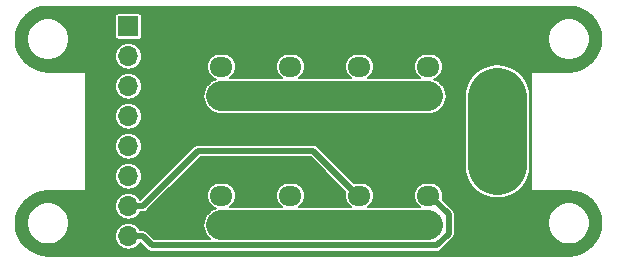
<source format=gbr>
G04 #@! TF.GenerationSoftware,KiCad,Pcbnew,(5.1.4)-1*
G04 #@! TF.CreationDate,2021-11-04T12:11:43-05:00*
G04 #@! TF.ProjectId,FadecandyHatV1.0,46616465-6361-46e6-9479-48617456312e,rev?*
G04 #@! TF.SameCoordinates,Original*
G04 #@! TF.FileFunction,Copper,L2,Bot*
G04 #@! TF.FilePolarity,Positive*
%FSLAX46Y46*%
G04 Gerber Fmt 4.6, Leading zero omitted, Abs format (unit mm)*
G04 Created by KiCad (PCBNEW (5.1.4)-1) date 2021-11-04 12:11:43*
%MOMM*%
%LPD*%
G04 APERTURE LIST*
%ADD10C,0.100000*%
%ADD11C,1.700000*%
%ADD12O,1.950000X1.700000*%
%ADD13R,3.800000X3.800000*%
%ADD14C,3.800000*%
%ADD15C,4.000000*%
%ADD16R,1.700000X1.700000*%
%ADD17O,1.700000X1.700000*%
%ADD18C,0.800000*%
%ADD19C,5.000000*%
%ADD20C,2.500000*%
%ADD21C,0.500000*%
%ADD22C,0.150000*%
G04 APERTURE END LIST*
D10*
G36*
X12433504Y-2620204D02*
G01*
X12457773Y-2623804D01*
X12481571Y-2629765D01*
X12504671Y-2638030D01*
X12526849Y-2648520D01*
X12547893Y-2661133D01*
X12567598Y-2675747D01*
X12585777Y-2692223D01*
X12602253Y-2710402D01*
X12616867Y-2730107D01*
X12629480Y-2751151D01*
X12639970Y-2773329D01*
X12648235Y-2796429D01*
X12654196Y-2820227D01*
X12657796Y-2844496D01*
X12659000Y-2869000D01*
X12659000Y-4069000D01*
X12657796Y-4093504D01*
X12654196Y-4117773D01*
X12648235Y-4141571D01*
X12639970Y-4164671D01*
X12629480Y-4186849D01*
X12616867Y-4207893D01*
X12602253Y-4227598D01*
X12585777Y-4245777D01*
X12567598Y-4262253D01*
X12547893Y-4276867D01*
X12526849Y-4289480D01*
X12504671Y-4299970D01*
X12481571Y-4308235D01*
X12457773Y-4314196D01*
X12433504Y-4317796D01*
X12409000Y-4319000D01*
X10959000Y-4319000D01*
X10934496Y-4317796D01*
X10910227Y-4314196D01*
X10886429Y-4308235D01*
X10863329Y-4299970D01*
X10841151Y-4289480D01*
X10820107Y-4276867D01*
X10800402Y-4262253D01*
X10782223Y-4245777D01*
X10765747Y-4227598D01*
X10751133Y-4207893D01*
X10738520Y-4186849D01*
X10728030Y-4164671D01*
X10719765Y-4141571D01*
X10713804Y-4117773D01*
X10710204Y-4093504D01*
X10709000Y-4069000D01*
X10709000Y-2869000D01*
X10710204Y-2844496D01*
X10713804Y-2820227D01*
X10719765Y-2796429D01*
X10728030Y-2773329D01*
X10738520Y-2751151D01*
X10751133Y-2730107D01*
X10765747Y-2710402D01*
X10782223Y-2692223D01*
X10800402Y-2675747D01*
X10820107Y-2661133D01*
X10841151Y-2648520D01*
X10863329Y-2638030D01*
X10886429Y-2629765D01*
X10910227Y-2623804D01*
X10934496Y-2620204D01*
X10959000Y-2619000D01*
X12409000Y-2619000D01*
X12433504Y-2620204D01*
X12433504Y-2620204D01*
G37*
D11*
X11684000Y-3469000D03*
D12*
X11684000Y-5969000D03*
X11684000Y-8469000D03*
D13*
X35052000Y-3556000D03*
D14*
X35052000Y-8556000D03*
D12*
X17526000Y-8469000D03*
X17526000Y-5969000D03*
D10*
G36*
X18275504Y-2620204D02*
G01*
X18299773Y-2623804D01*
X18323571Y-2629765D01*
X18346671Y-2638030D01*
X18368849Y-2648520D01*
X18389893Y-2661133D01*
X18409598Y-2675747D01*
X18427777Y-2692223D01*
X18444253Y-2710402D01*
X18458867Y-2730107D01*
X18471480Y-2751151D01*
X18481970Y-2773329D01*
X18490235Y-2796429D01*
X18496196Y-2820227D01*
X18499796Y-2844496D01*
X18501000Y-2869000D01*
X18501000Y-4069000D01*
X18499796Y-4093504D01*
X18496196Y-4117773D01*
X18490235Y-4141571D01*
X18481970Y-4164671D01*
X18471480Y-4186849D01*
X18458867Y-4207893D01*
X18444253Y-4227598D01*
X18427777Y-4245777D01*
X18409598Y-4262253D01*
X18389893Y-4276867D01*
X18368849Y-4289480D01*
X18346671Y-4299970D01*
X18323571Y-4308235D01*
X18299773Y-4314196D01*
X18275504Y-4317796D01*
X18251000Y-4319000D01*
X16801000Y-4319000D01*
X16776496Y-4317796D01*
X16752227Y-4314196D01*
X16728429Y-4308235D01*
X16705329Y-4299970D01*
X16683151Y-4289480D01*
X16662107Y-4276867D01*
X16642402Y-4262253D01*
X16624223Y-4245777D01*
X16607747Y-4227598D01*
X16593133Y-4207893D01*
X16580520Y-4186849D01*
X16570030Y-4164671D01*
X16561765Y-4141571D01*
X16555804Y-4117773D01*
X16552204Y-4093504D01*
X16551000Y-4069000D01*
X16551000Y-2869000D01*
X16552204Y-2844496D01*
X16555804Y-2820227D01*
X16561765Y-2796429D01*
X16570030Y-2773329D01*
X16580520Y-2751151D01*
X16593133Y-2730107D01*
X16607747Y-2710402D01*
X16624223Y-2692223D01*
X16642402Y-2675747D01*
X16662107Y-2661133D01*
X16683151Y-2648520D01*
X16705329Y-2638030D01*
X16728429Y-2629765D01*
X16752227Y-2623804D01*
X16776496Y-2620204D01*
X16801000Y-2619000D01*
X18251000Y-2619000D01*
X18275504Y-2620204D01*
X18275504Y-2620204D01*
G37*
D11*
X17526000Y-3469000D03*
D13*
X35052000Y-19304000D03*
D15*
X35052000Y-14304000D03*
D12*
X23368000Y-8469000D03*
X23368000Y-5969000D03*
D10*
G36*
X24117504Y-2620204D02*
G01*
X24141773Y-2623804D01*
X24165571Y-2629765D01*
X24188671Y-2638030D01*
X24210849Y-2648520D01*
X24231893Y-2661133D01*
X24251598Y-2675747D01*
X24269777Y-2692223D01*
X24286253Y-2710402D01*
X24300867Y-2730107D01*
X24313480Y-2751151D01*
X24323970Y-2773329D01*
X24332235Y-2796429D01*
X24338196Y-2820227D01*
X24341796Y-2844496D01*
X24343000Y-2869000D01*
X24343000Y-4069000D01*
X24341796Y-4093504D01*
X24338196Y-4117773D01*
X24332235Y-4141571D01*
X24323970Y-4164671D01*
X24313480Y-4186849D01*
X24300867Y-4207893D01*
X24286253Y-4227598D01*
X24269777Y-4245777D01*
X24251598Y-4262253D01*
X24231893Y-4276867D01*
X24210849Y-4289480D01*
X24188671Y-4299970D01*
X24165571Y-4308235D01*
X24141773Y-4314196D01*
X24117504Y-4317796D01*
X24093000Y-4319000D01*
X22643000Y-4319000D01*
X22618496Y-4317796D01*
X22594227Y-4314196D01*
X22570429Y-4308235D01*
X22547329Y-4299970D01*
X22525151Y-4289480D01*
X22504107Y-4276867D01*
X22484402Y-4262253D01*
X22466223Y-4245777D01*
X22449747Y-4227598D01*
X22435133Y-4207893D01*
X22422520Y-4186849D01*
X22412030Y-4164671D01*
X22403765Y-4141571D01*
X22397804Y-4117773D01*
X22394204Y-4093504D01*
X22393000Y-4069000D01*
X22393000Y-2869000D01*
X22394204Y-2844496D01*
X22397804Y-2820227D01*
X22403765Y-2796429D01*
X22412030Y-2773329D01*
X22422520Y-2751151D01*
X22435133Y-2730107D01*
X22449747Y-2710402D01*
X22466223Y-2692223D01*
X22484402Y-2675747D01*
X22504107Y-2661133D01*
X22525151Y-2648520D01*
X22547329Y-2638030D01*
X22570429Y-2629765D01*
X22594227Y-2623804D01*
X22618496Y-2620204D01*
X22643000Y-2619000D01*
X24093000Y-2619000D01*
X24117504Y-2620204D01*
X24117504Y-2620204D01*
G37*
D11*
X23368000Y-3469000D03*
D10*
G36*
X29959504Y-2620204D02*
G01*
X29983773Y-2623804D01*
X30007571Y-2629765D01*
X30030671Y-2638030D01*
X30052849Y-2648520D01*
X30073893Y-2661133D01*
X30093598Y-2675747D01*
X30111777Y-2692223D01*
X30128253Y-2710402D01*
X30142867Y-2730107D01*
X30155480Y-2751151D01*
X30165970Y-2773329D01*
X30174235Y-2796429D01*
X30180196Y-2820227D01*
X30183796Y-2844496D01*
X30185000Y-2869000D01*
X30185000Y-4069000D01*
X30183796Y-4093504D01*
X30180196Y-4117773D01*
X30174235Y-4141571D01*
X30165970Y-4164671D01*
X30155480Y-4186849D01*
X30142867Y-4207893D01*
X30128253Y-4227598D01*
X30111777Y-4245777D01*
X30093598Y-4262253D01*
X30073893Y-4276867D01*
X30052849Y-4289480D01*
X30030671Y-4299970D01*
X30007571Y-4308235D01*
X29983773Y-4314196D01*
X29959504Y-4317796D01*
X29935000Y-4319000D01*
X28485000Y-4319000D01*
X28460496Y-4317796D01*
X28436227Y-4314196D01*
X28412429Y-4308235D01*
X28389329Y-4299970D01*
X28367151Y-4289480D01*
X28346107Y-4276867D01*
X28326402Y-4262253D01*
X28308223Y-4245777D01*
X28291747Y-4227598D01*
X28277133Y-4207893D01*
X28264520Y-4186849D01*
X28254030Y-4164671D01*
X28245765Y-4141571D01*
X28239804Y-4117773D01*
X28236204Y-4093504D01*
X28235000Y-4069000D01*
X28235000Y-2869000D01*
X28236204Y-2844496D01*
X28239804Y-2820227D01*
X28245765Y-2796429D01*
X28254030Y-2773329D01*
X28264520Y-2751151D01*
X28277133Y-2730107D01*
X28291747Y-2710402D01*
X28308223Y-2692223D01*
X28326402Y-2675747D01*
X28346107Y-2661133D01*
X28367151Y-2648520D01*
X28389329Y-2638030D01*
X28412429Y-2629765D01*
X28436227Y-2623804D01*
X28460496Y-2620204D01*
X28485000Y-2619000D01*
X29935000Y-2619000D01*
X29959504Y-2620204D01*
X29959504Y-2620204D01*
G37*
D11*
X29210000Y-3469000D03*
D12*
X29210000Y-5969000D03*
X29210000Y-8469000D03*
D10*
G36*
X12433504Y-13542204D02*
G01*
X12457773Y-13545804D01*
X12481571Y-13551765D01*
X12504671Y-13560030D01*
X12526849Y-13570520D01*
X12547893Y-13583133D01*
X12567598Y-13597747D01*
X12585777Y-13614223D01*
X12602253Y-13632402D01*
X12616867Y-13652107D01*
X12629480Y-13673151D01*
X12639970Y-13695329D01*
X12648235Y-13718429D01*
X12654196Y-13742227D01*
X12657796Y-13766496D01*
X12659000Y-13791000D01*
X12659000Y-14991000D01*
X12657796Y-15015504D01*
X12654196Y-15039773D01*
X12648235Y-15063571D01*
X12639970Y-15086671D01*
X12629480Y-15108849D01*
X12616867Y-15129893D01*
X12602253Y-15149598D01*
X12585777Y-15167777D01*
X12567598Y-15184253D01*
X12547893Y-15198867D01*
X12526849Y-15211480D01*
X12504671Y-15221970D01*
X12481571Y-15230235D01*
X12457773Y-15236196D01*
X12433504Y-15239796D01*
X12409000Y-15241000D01*
X10959000Y-15241000D01*
X10934496Y-15239796D01*
X10910227Y-15236196D01*
X10886429Y-15230235D01*
X10863329Y-15221970D01*
X10841151Y-15211480D01*
X10820107Y-15198867D01*
X10800402Y-15184253D01*
X10782223Y-15167777D01*
X10765747Y-15149598D01*
X10751133Y-15129893D01*
X10738520Y-15108849D01*
X10728030Y-15086671D01*
X10719765Y-15063571D01*
X10713804Y-15039773D01*
X10710204Y-15015504D01*
X10709000Y-14991000D01*
X10709000Y-13791000D01*
X10710204Y-13766496D01*
X10713804Y-13742227D01*
X10719765Y-13718429D01*
X10728030Y-13695329D01*
X10738520Y-13673151D01*
X10751133Y-13652107D01*
X10765747Y-13632402D01*
X10782223Y-13614223D01*
X10800402Y-13597747D01*
X10820107Y-13583133D01*
X10841151Y-13570520D01*
X10863329Y-13560030D01*
X10886429Y-13551765D01*
X10910227Y-13545804D01*
X10934496Y-13542204D01*
X10959000Y-13541000D01*
X12409000Y-13541000D01*
X12433504Y-13542204D01*
X12433504Y-13542204D01*
G37*
D11*
X11684000Y-14391000D03*
D12*
X11684000Y-16891000D03*
X11684000Y-19391000D03*
X17526000Y-19391000D03*
X17526000Y-16891000D03*
D10*
G36*
X18275504Y-13542204D02*
G01*
X18299773Y-13545804D01*
X18323571Y-13551765D01*
X18346671Y-13560030D01*
X18368849Y-13570520D01*
X18389893Y-13583133D01*
X18409598Y-13597747D01*
X18427777Y-13614223D01*
X18444253Y-13632402D01*
X18458867Y-13652107D01*
X18471480Y-13673151D01*
X18481970Y-13695329D01*
X18490235Y-13718429D01*
X18496196Y-13742227D01*
X18499796Y-13766496D01*
X18501000Y-13791000D01*
X18501000Y-14991000D01*
X18499796Y-15015504D01*
X18496196Y-15039773D01*
X18490235Y-15063571D01*
X18481970Y-15086671D01*
X18471480Y-15108849D01*
X18458867Y-15129893D01*
X18444253Y-15149598D01*
X18427777Y-15167777D01*
X18409598Y-15184253D01*
X18389893Y-15198867D01*
X18368849Y-15211480D01*
X18346671Y-15221970D01*
X18323571Y-15230235D01*
X18299773Y-15236196D01*
X18275504Y-15239796D01*
X18251000Y-15241000D01*
X16801000Y-15241000D01*
X16776496Y-15239796D01*
X16752227Y-15236196D01*
X16728429Y-15230235D01*
X16705329Y-15221970D01*
X16683151Y-15211480D01*
X16662107Y-15198867D01*
X16642402Y-15184253D01*
X16624223Y-15167777D01*
X16607747Y-15149598D01*
X16593133Y-15129893D01*
X16580520Y-15108849D01*
X16570030Y-15086671D01*
X16561765Y-15063571D01*
X16555804Y-15039773D01*
X16552204Y-15015504D01*
X16551000Y-14991000D01*
X16551000Y-13791000D01*
X16552204Y-13766496D01*
X16555804Y-13742227D01*
X16561765Y-13718429D01*
X16570030Y-13695329D01*
X16580520Y-13673151D01*
X16593133Y-13652107D01*
X16607747Y-13632402D01*
X16624223Y-13614223D01*
X16642402Y-13597747D01*
X16662107Y-13583133D01*
X16683151Y-13570520D01*
X16705329Y-13560030D01*
X16728429Y-13551765D01*
X16752227Y-13545804D01*
X16776496Y-13542204D01*
X16801000Y-13541000D01*
X18251000Y-13541000D01*
X18275504Y-13542204D01*
X18275504Y-13542204D01*
G37*
D11*
X17526000Y-14391000D03*
D10*
G36*
X24117504Y-13542204D02*
G01*
X24141773Y-13545804D01*
X24165571Y-13551765D01*
X24188671Y-13560030D01*
X24210849Y-13570520D01*
X24231893Y-13583133D01*
X24251598Y-13597747D01*
X24269777Y-13614223D01*
X24286253Y-13632402D01*
X24300867Y-13652107D01*
X24313480Y-13673151D01*
X24323970Y-13695329D01*
X24332235Y-13718429D01*
X24338196Y-13742227D01*
X24341796Y-13766496D01*
X24343000Y-13791000D01*
X24343000Y-14991000D01*
X24341796Y-15015504D01*
X24338196Y-15039773D01*
X24332235Y-15063571D01*
X24323970Y-15086671D01*
X24313480Y-15108849D01*
X24300867Y-15129893D01*
X24286253Y-15149598D01*
X24269777Y-15167777D01*
X24251598Y-15184253D01*
X24231893Y-15198867D01*
X24210849Y-15211480D01*
X24188671Y-15221970D01*
X24165571Y-15230235D01*
X24141773Y-15236196D01*
X24117504Y-15239796D01*
X24093000Y-15241000D01*
X22643000Y-15241000D01*
X22618496Y-15239796D01*
X22594227Y-15236196D01*
X22570429Y-15230235D01*
X22547329Y-15221970D01*
X22525151Y-15211480D01*
X22504107Y-15198867D01*
X22484402Y-15184253D01*
X22466223Y-15167777D01*
X22449747Y-15149598D01*
X22435133Y-15129893D01*
X22422520Y-15108849D01*
X22412030Y-15086671D01*
X22403765Y-15063571D01*
X22397804Y-15039773D01*
X22394204Y-15015504D01*
X22393000Y-14991000D01*
X22393000Y-13791000D01*
X22394204Y-13766496D01*
X22397804Y-13742227D01*
X22403765Y-13718429D01*
X22412030Y-13695329D01*
X22422520Y-13673151D01*
X22435133Y-13652107D01*
X22449747Y-13632402D01*
X22466223Y-13614223D01*
X22484402Y-13597747D01*
X22504107Y-13583133D01*
X22525151Y-13570520D01*
X22547329Y-13560030D01*
X22570429Y-13551765D01*
X22594227Y-13545804D01*
X22618496Y-13542204D01*
X22643000Y-13541000D01*
X24093000Y-13541000D01*
X24117504Y-13542204D01*
X24117504Y-13542204D01*
G37*
D11*
X23368000Y-14391000D03*
D12*
X23368000Y-16891000D03*
X23368000Y-19391000D03*
X29210000Y-19391000D03*
X29210000Y-16891000D03*
D10*
G36*
X29959504Y-13542204D02*
G01*
X29983773Y-13545804D01*
X30007571Y-13551765D01*
X30030671Y-13560030D01*
X30052849Y-13570520D01*
X30073893Y-13583133D01*
X30093598Y-13597747D01*
X30111777Y-13614223D01*
X30128253Y-13632402D01*
X30142867Y-13652107D01*
X30155480Y-13673151D01*
X30165970Y-13695329D01*
X30174235Y-13718429D01*
X30180196Y-13742227D01*
X30183796Y-13766496D01*
X30185000Y-13791000D01*
X30185000Y-14991000D01*
X30183796Y-15015504D01*
X30180196Y-15039773D01*
X30174235Y-15063571D01*
X30165970Y-15086671D01*
X30155480Y-15108849D01*
X30142867Y-15129893D01*
X30128253Y-15149598D01*
X30111777Y-15167777D01*
X30093598Y-15184253D01*
X30073893Y-15198867D01*
X30052849Y-15211480D01*
X30030671Y-15221970D01*
X30007571Y-15230235D01*
X29983773Y-15236196D01*
X29959504Y-15239796D01*
X29935000Y-15241000D01*
X28485000Y-15241000D01*
X28460496Y-15239796D01*
X28436227Y-15236196D01*
X28412429Y-15230235D01*
X28389329Y-15221970D01*
X28367151Y-15211480D01*
X28346107Y-15198867D01*
X28326402Y-15184253D01*
X28308223Y-15167777D01*
X28291747Y-15149598D01*
X28277133Y-15129893D01*
X28264520Y-15108849D01*
X28254030Y-15086671D01*
X28245765Y-15063571D01*
X28239804Y-15039773D01*
X28236204Y-15015504D01*
X28235000Y-14991000D01*
X28235000Y-13791000D01*
X28236204Y-13766496D01*
X28239804Y-13742227D01*
X28245765Y-13718429D01*
X28254030Y-13695329D01*
X28264520Y-13673151D01*
X28277133Y-13652107D01*
X28291747Y-13632402D01*
X28308223Y-13614223D01*
X28326402Y-13597747D01*
X28346107Y-13583133D01*
X28367151Y-13570520D01*
X28389329Y-13560030D01*
X28412429Y-13551765D01*
X28436227Y-13545804D01*
X28460496Y-13542204D01*
X28485000Y-13541000D01*
X29935000Y-13541000D01*
X29959504Y-13542204D01*
X29959504Y-13542204D01*
G37*
D11*
X29210000Y-14391000D03*
D16*
X3810000Y-2540000D03*
D17*
X1270000Y-2540000D03*
X3810000Y-5080000D03*
X1270000Y-5080000D03*
X3810000Y-7620000D03*
X1270000Y-7620000D03*
X3810000Y-10160000D03*
X1270000Y-10160000D03*
X3810000Y-12700000D03*
X1270000Y-12700000D03*
X3810000Y-15240000D03*
X1270000Y-15240000D03*
X3810000Y-17780000D03*
X1270000Y-17780000D03*
X3810000Y-20320000D03*
X1270000Y-20320000D03*
D18*
X31220000Y-11500000D03*
X29320000Y-11500000D03*
X31630000Y-21340000D03*
D19*
X35052000Y-14304000D02*
X35052000Y-8556000D01*
D20*
X11684000Y-19391000D02*
X17526000Y-19391000D01*
X17526000Y-19391000D02*
X23368000Y-19391000D01*
X23368000Y-19391000D02*
X29210000Y-19391000D01*
X11684000Y-8469000D02*
X17526000Y-8469000D01*
X17526000Y-8469000D02*
X23368000Y-8469000D01*
X23368000Y-8469000D02*
X29210000Y-8469000D01*
D21*
X23243000Y-16891000D02*
X23368000Y-16891000D01*
X19442990Y-13090990D02*
X23243000Y-16891000D01*
X9701091Y-13090990D02*
X19442990Y-13090990D01*
X5012081Y-17780000D02*
X9701091Y-13090990D01*
X3810000Y-17780000D02*
X5012081Y-17780000D01*
X29085000Y-16891000D02*
X29210000Y-16891000D01*
X29335000Y-16891000D02*
X29210000Y-16891000D01*
X3810000Y-20320000D02*
X5012081Y-20320000D01*
X5012081Y-20320000D02*
X5783092Y-21091011D01*
X5783092Y-21091011D02*
X29914167Y-21091010D01*
X29914167Y-21091010D02*
X30910010Y-20095167D01*
X30910010Y-20095167D02*
X30910010Y-18466010D01*
X30910010Y-18466010D02*
X29335000Y-16891000D01*
D22*
G36*
X41633912Y-938550D02*
G01*
X42147487Y-1093607D01*
X42621164Y-1345465D01*
X43036900Y-1684531D01*
X43378860Y-2097889D01*
X43634017Y-2569794D01*
X43792658Y-3082278D01*
X43848734Y-3615813D01*
X43800113Y-4150075D01*
X43648644Y-4664720D01*
X43400099Y-5140141D01*
X43063945Y-5558234D01*
X42652981Y-5903073D01*
X42182866Y-6161521D01*
X41671505Y-6323734D01*
X41127042Y-6384805D01*
X41099118Y-6385000D01*
X38112275Y-6385000D01*
X38100000Y-6383791D01*
X38087725Y-6385000D01*
X38050992Y-6388618D01*
X38003866Y-6402913D01*
X37960436Y-6426127D01*
X37922368Y-6457368D01*
X37891127Y-6495436D01*
X37867913Y-6538866D01*
X37853618Y-6585992D01*
X37848791Y-6635000D01*
X37850000Y-6647275D01*
X37850001Y-16212715D01*
X37848791Y-16225000D01*
X37853618Y-16274008D01*
X37867913Y-16321134D01*
X37891127Y-16364564D01*
X37922368Y-16402632D01*
X37960436Y-16433873D01*
X38003866Y-16457087D01*
X38050992Y-16471382D01*
X38087725Y-16475000D01*
X38100000Y-16476209D01*
X38112275Y-16475000D01*
X41087771Y-16475000D01*
X41633912Y-16528550D01*
X42147487Y-16683607D01*
X42621164Y-16935465D01*
X43036900Y-17274531D01*
X43378860Y-17687889D01*
X43634017Y-18159794D01*
X43792658Y-18672278D01*
X43848734Y-19205813D01*
X43800113Y-19740075D01*
X43648644Y-20254720D01*
X43400099Y-20730141D01*
X43063945Y-21148234D01*
X42652981Y-21493073D01*
X42182866Y-21751521D01*
X41671505Y-21913734D01*
X41127042Y-21974805D01*
X41099118Y-21975000D01*
X-2987771Y-21975000D01*
X-3533912Y-21921450D01*
X-4047487Y-21766393D01*
X-4521163Y-21514535D01*
X-4936900Y-21175469D01*
X-5278860Y-20762111D01*
X-5534017Y-20290206D01*
X-5692659Y-19777719D01*
X-5748735Y-19244192D01*
X-5731079Y-19050178D01*
X-4775000Y-19050178D01*
X-4775000Y-19399822D01*
X-4706787Y-19742748D01*
X-4572984Y-20065778D01*
X-4378732Y-20356496D01*
X-4131496Y-20603732D01*
X-3840778Y-20797984D01*
X-3517748Y-20931787D01*
X-3174822Y-21000000D01*
X-2825178Y-21000000D01*
X-2482252Y-20931787D01*
X-2159222Y-20797984D01*
X-1868504Y-20603732D01*
X-1621268Y-20356496D01*
X-1427016Y-20065778D01*
X-1293213Y-19742748D01*
X-1225000Y-19399822D01*
X-1225000Y-19050178D01*
X-1293213Y-18707252D01*
X-1427016Y-18384222D01*
X-1621268Y-18093504D01*
X-1868504Y-17846268D01*
X-1967680Y-17780000D01*
X2679557Y-17780000D01*
X2701278Y-18000538D01*
X2765607Y-18212602D01*
X2870071Y-18408040D01*
X3010656Y-18579344D01*
X3181960Y-18719929D01*
X3377398Y-18824393D01*
X3589462Y-18888722D01*
X3754736Y-18905000D01*
X3865264Y-18905000D01*
X4030538Y-18888722D01*
X4242602Y-18824393D01*
X4438040Y-18719929D01*
X4609344Y-18579344D01*
X4749929Y-18408040D01*
X4805005Y-18305000D01*
X4986301Y-18305000D01*
X5012081Y-18307539D01*
X5037861Y-18305000D01*
X5037869Y-18305000D01*
X5114999Y-18297403D01*
X5213962Y-18267383D01*
X5305167Y-18218633D01*
X5385108Y-18153027D01*
X5401552Y-18132990D01*
X9918553Y-13615990D01*
X19225529Y-13615990D01*
X22168194Y-16558656D01*
X22134278Y-16670462D01*
X22112557Y-16891000D01*
X22134278Y-17111538D01*
X22198607Y-17323602D01*
X22303071Y-17519040D01*
X22443656Y-17690344D01*
X22614960Y-17830929D01*
X22680573Y-17866000D01*
X18213427Y-17866000D01*
X18279040Y-17830929D01*
X18450344Y-17690344D01*
X18590929Y-17519040D01*
X18695393Y-17323602D01*
X18759722Y-17111538D01*
X18781443Y-16891000D01*
X18759722Y-16670462D01*
X18695393Y-16458398D01*
X18590929Y-16262960D01*
X18450344Y-16091656D01*
X18279040Y-15951071D01*
X18083602Y-15846607D01*
X17871538Y-15782278D01*
X17706264Y-15766000D01*
X17345736Y-15766000D01*
X17180462Y-15782278D01*
X16968398Y-15846607D01*
X16772960Y-15951071D01*
X16601656Y-16091656D01*
X16461071Y-16262960D01*
X16356607Y-16458398D01*
X16292278Y-16670462D01*
X16270557Y-16891000D01*
X16292278Y-17111538D01*
X16356607Y-17323602D01*
X16461071Y-17519040D01*
X16601656Y-17690344D01*
X16772960Y-17830929D01*
X16838573Y-17866000D01*
X12371427Y-17866000D01*
X12437040Y-17830929D01*
X12608344Y-17690344D01*
X12748929Y-17519040D01*
X12853393Y-17323602D01*
X12917722Y-17111538D01*
X12939443Y-16891000D01*
X12917722Y-16670462D01*
X12853393Y-16458398D01*
X12748929Y-16262960D01*
X12608344Y-16091656D01*
X12437040Y-15951071D01*
X12241602Y-15846607D01*
X12029538Y-15782278D01*
X11864264Y-15766000D01*
X11503736Y-15766000D01*
X11338462Y-15782278D01*
X11126398Y-15846607D01*
X10930960Y-15951071D01*
X10759656Y-16091656D01*
X10619071Y-16262960D01*
X10514607Y-16458398D01*
X10450278Y-16670462D01*
X10428557Y-16891000D01*
X10450278Y-17111538D01*
X10514607Y-17323602D01*
X10619071Y-17519040D01*
X10759656Y-17690344D01*
X10930960Y-17830929D01*
X11126398Y-17935393D01*
X11177715Y-17950960D01*
X11097584Y-17975267D01*
X10832656Y-18116874D01*
X10600445Y-18307445D01*
X10409874Y-18539656D01*
X10268267Y-18804584D01*
X10181066Y-19092048D01*
X10151622Y-19391000D01*
X10181066Y-19689952D01*
X10268267Y-19977416D01*
X10409874Y-20242344D01*
X10600445Y-20474555D01*
X10711885Y-20566012D01*
X6000555Y-20566012D01*
X5401552Y-19967010D01*
X5385108Y-19946973D01*
X5305167Y-19881367D01*
X5213962Y-19832617D01*
X5114999Y-19802597D01*
X5037869Y-19795000D01*
X5037861Y-19795000D01*
X5012081Y-19792461D01*
X4986301Y-19795000D01*
X4805005Y-19795000D01*
X4749929Y-19691960D01*
X4609344Y-19520656D01*
X4438040Y-19380071D01*
X4242602Y-19275607D01*
X4030538Y-19211278D01*
X3865264Y-19195000D01*
X3754736Y-19195000D01*
X3589462Y-19211278D01*
X3377398Y-19275607D01*
X3181960Y-19380071D01*
X3010656Y-19520656D01*
X2870071Y-19691960D01*
X2765607Y-19887398D01*
X2701278Y-20099462D01*
X2679557Y-20320000D01*
X2701278Y-20540538D01*
X2765607Y-20752602D01*
X2870071Y-20948040D01*
X3010656Y-21119344D01*
X3181960Y-21259929D01*
X3377398Y-21364393D01*
X3589462Y-21428722D01*
X3754736Y-21445000D01*
X3865264Y-21445000D01*
X4030538Y-21428722D01*
X4242602Y-21364393D01*
X4438040Y-21259929D01*
X4609344Y-21119344D01*
X4749929Y-20948040D01*
X4801388Y-20851768D01*
X5393631Y-21444012D01*
X5410066Y-21464038D01*
X5430092Y-21480473D01*
X5430095Y-21480476D01*
X5490006Y-21529644D01*
X5581211Y-21578394D01*
X5680174Y-21608414D01*
X5691222Y-21609502D01*
X5757305Y-21616011D01*
X5757311Y-21616011D01*
X5783091Y-21618550D01*
X5808871Y-21616011D01*
X29888377Y-21616009D01*
X29914167Y-21618549D01*
X30017084Y-21608413D01*
X30116047Y-21578393D01*
X30207252Y-21529643D01*
X30262339Y-21484434D01*
X30287194Y-21464036D01*
X30303633Y-21444005D01*
X31263006Y-20484633D01*
X31283037Y-20468194D01*
X31348643Y-20388253D01*
X31397393Y-20297048D01*
X31427413Y-20198085D01*
X31435010Y-20120955D01*
X31435010Y-20120954D01*
X31437550Y-20095167D01*
X31435010Y-20069379D01*
X31435010Y-19050178D01*
X39325000Y-19050178D01*
X39325000Y-19399822D01*
X39393213Y-19742748D01*
X39527016Y-20065778D01*
X39721268Y-20356496D01*
X39968504Y-20603732D01*
X40259222Y-20797984D01*
X40582252Y-20931787D01*
X40925178Y-21000000D01*
X41274822Y-21000000D01*
X41617748Y-20931787D01*
X41940778Y-20797984D01*
X42231496Y-20603732D01*
X42478732Y-20356496D01*
X42672984Y-20065778D01*
X42806787Y-19742748D01*
X42875000Y-19399822D01*
X42875000Y-19050178D01*
X42806787Y-18707252D01*
X42672984Y-18384222D01*
X42478732Y-18093504D01*
X42231496Y-17846268D01*
X41940778Y-17652016D01*
X41617748Y-17518213D01*
X41274822Y-17450000D01*
X40925178Y-17450000D01*
X40582252Y-17518213D01*
X40259222Y-17652016D01*
X39968504Y-17846268D01*
X39721268Y-18093504D01*
X39527016Y-18384222D01*
X39393213Y-18707252D01*
X39325000Y-19050178D01*
X31435010Y-19050178D01*
X31435010Y-18491798D01*
X31437550Y-18466010D01*
X31433809Y-18428029D01*
X31427413Y-18363092D01*
X31397393Y-18264129D01*
X31348643Y-18172924D01*
X31283037Y-18092983D01*
X31263006Y-18076544D01*
X30409806Y-17223344D01*
X30443722Y-17111538D01*
X30465443Y-16891000D01*
X30443722Y-16670462D01*
X30379393Y-16458398D01*
X30274929Y-16262960D01*
X30134344Y-16091656D01*
X29963040Y-15951071D01*
X29767602Y-15846607D01*
X29555538Y-15782278D01*
X29390264Y-15766000D01*
X29029736Y-15766000D01*
X28864462Y-15782278D01*
X28652398Y-15846607D01*
X28456960Y-15951071D01*
X28285656Y-16091656D01*
X28145071Y-16262960D01*
X28040607Y-16458398D01*
X27976278Y-16670462D01*
X27954557Y-16891000D01*
X27976278Y-17111538D01*
X28040607Y-17323602D01*
X28145071Y-17519040D01*
X28285656Y-17690344D01*
X28456960Y-17830929D01*
X28522573Y-17866000D01*
X24055427Y-17866000D01*
X24121040Y-17830929D01*
X24292344Y-17690344D01*
X24432929Y-17519040D01*
X24537393Y-17323602D01*
X24601722Y-17111538D01*
X24623443Y-16891000D01*
X24601722Y-16670462D01*
X24537393Y-16458398D01*
X24432929Y-16262960D01*
X24292344Y-16091656D01*
X24121040Y-15951071D01*
X23925602Y-15846607D01*
X23713538Y-15782278D01*
X23548264Y-15766000D01*
X23187736Y-15766000D01*
X23022462Y-15782278D01*
X22910656Y-15816194D01*
X21534787Y-14440325D01*
X32277000Y-14440325D01*
X32317152Y-14847994D01*
X32475829Y-15371084D01*
X32733508Y-15853166D01*
X33080284Y-16275715D01*
X33502833Y-16622492D01*
X33984915Y-16880171D01*
X34508005Y-17038848D01*
X35052000Y-17092427D01*
X35595994Y-17038848D01*
X36119084Y-16880171D01*
X36601166Y-16622492D01*
X37023715Y-16275716D01*
X37370492Y-15853167D01*
X37628171Y-15371085D01*
X37786848Y-14847995D01*
X37827000Y-14440326D01*
X37827000Y-8419674D01*
X37786848Y-8012005D01*
X37628171Y-7488915D01*
X37370492Y-7006833D01*
X37023716Y-6584284D01*
X36601167Y-6237508D01*
X36119085Y-5979829D01*
X35595995Y-5821152D01*
X35052000Y-5767573D01*
X34508006Y-5821152D01*
X33984916Y-5979829D01*
X33502834Y-6237508D01*
X33080285Y-6584284D01*
X32733509Y-7006833D01*
X32475830Y-7488915D01*
X32317153Y-8012005D01*
X32277001Y-8419674D01*
X32277000Y-14440325D01*
X21534787Y-14440325D01*
X19832461Y-12738000D01*
X19816017Y-12717963D01*
X19736076Y-12652357D01*
X19644871Y-12603607D01*
X19545908Y-12573587D01*
X19468778Y-12565990D01*
X19468770Y-12565990D01*
X19442990Y-12563451D01*
X19417210Y-12565990D01*
X9726879Y-12565990D01*
X9701091Y-12563450D01*
X9675303Y-12565990D01*
X9598173Y-12573587D01*
X9499210Y-12603607D01*
X9408005Y-12652357D01*
X9328064Y-12717963D01*
X9311625Y-12737994D01*
X4801388Y-17248232D01*
X4749929Y-17151960D01*
X4609344Y-16980656D01*
X4438040Y-16840071D01*
X4242602Y-16735607D01*
X4030538Y-16671278D01*
X3865264Y-16655000D01*
X3754736Y-16655000D01*
X3589462Y-16671278D01*
X3377398Y-16735607D01*
X3181960Y-16840071D01*
X3010656Y-16980656D01*
X2870071Y-17151960D01*
X2765607Y-17347398D01*
X2701278Y-17559462D01*
X2679557Y-17780000D01*
X-1967680Y-17780000D01*
X-2159222Y-17652016D01*
X-2482252Y-17518213D01*
X-2825178Y-17450000D01*
X-3174822Y-17450000D01*
X-3517748Y-17518213D01*
X-3840778Y-17652016D01*
X-4131496Y-17846268D01*
X-4378732Y-18093504D01*
X-4572984Y-18384222D01*
X-4706787Y-18707252D01*
X-4775000Y-19050178D01*
X-5731079Y-19050178D01*
X-5700113Y-18709928D01*
X-5548644Y-18195279D01*
X-5300098Y-17719855D01*
X-4963945Y-17301766D01*
X-4552984Y-16956929D01*
X-4082870Y-16698481D01*
X-3571505Y-16536266D01*
X-3027042Y-16475195D01*
X-2999118Y-16475000D01*
X-12275Y-16475000D01*
X0Y-16476209D01*
X12275Y-16475000D01*
X49008Y-16471382D01*
X96134Y-16457087D01*
X139564Y-16433873D01*
X177632Y-16402632D01*
X208873Y-16364564D01*
X232087Y-16321134D01*
X246382Y-16274008D01*
X251209Y-16225000D01*
X250000Y-16212725D01*
X250000Y-15240000D01*
X2679557Y-15240000D01*
X2701278Y-15460538D01*
X2765607Y-15672602D01*
X2870071Y-15868040D01*
X3010656Y-16039344D01*
X3181960Y-16179929D01*
X3377398Y-16284393D01*
X3589462Y-16348722D01*
X3754736Y-16365000D01*
X3865264Y-16365000D01*
X4030538Y-16348722D01*
X4242602Y-16284393D01*
X4438040Y-16179929D01*
X4609344Y-16039344D01*
X4749929Y-15868040D01*
X4854393Y-15672602D01*
X4918722Y-15460538D01*
X4940443Y-15240000D01*
X4918722Y-15019462D01*
X4854393Y-14807398D01*
X4749929Y-14611960D01*
X4609344Y-14440656D01*
X4438040Y-14300071D01*
X4242602Y-14195607D01*
X4030538Y-14131278D01*
X3865264Y-14115000D01*
X3754736Y-14115000D01*
X3589462Y-14131278D01*
X3377398Y-14195607D01*
X3181960Y-14300071D01*
X3010656Y-14440656D01*
X2870071Y-14611960D01*
X2765607Y-14807398D01*
X2701278Y-15019462D01*
X2679557Y-15240000D01*
X250000Y-15240000D01*
X250000Y-12700000D01*
X2679557Y-12700000D01*
X2701278Y-12920538D01*
X2765607Y-13132602D01*
X2870071Y-13328040D01*
X3010656Y-13499344D01*
X3181960Y-13639929D01*
X3377398Y-13744393D01*
X3589462Y-13808722D01*
X3754736Y-13825000D01*
X3865264Y-13825000D01*
X4030538Y-13808722D01*
X4242602Y-13744393D01*
X4438040Y-13639929D01*
X4609344Y-13499344D01*
X4749929Y-13328040D01*
X4854393Y-13132602D01*
X4918722Y-12920538D01*
X4940443Y-12700000D01*
X4918722Y-12479462D01*
X4854393Y-12267398D01*
X4749929Y-12071960D01*
X4609344Y-11900656D01*
X4438040Y-11760071D01*
X4242602Y-11655607D01*
X4030538Y-11591278D01*
X3865264Y-11575000D01*
X3754736Y-11575000D01*
X3589462Y-11591278D01*
X3377398Y-11655607D01*
X3181960Y-11760071D01*
X3010656Y-11900656D01*
X2870071Y-12071960D01*
X2765607Y-12267398D01*
X2701278Y-12479462D01*
X2679557Y-12700000D01*
X250000Y-12700000D01*
X250000Y-10160000D01*
X2679557Y-10160000D01*
X2701278Y-10380538D01*
X2765607Y-10592602D01*
X2870071Y-10788040D01*
X3010656Y-10959344D01*
X3181960Y-11099929D01*
X3377398Y-11204393D01*
X3589462Y-11268722D01*
X3754736Y-11285000D01*
X3865264Y-11285000D01*
X4030538Y-11268722D01*
X4242602Y-11204393D01*
X4438040Y-11099929D01*
X4609344Y-10959344D01*
X4749929Y-10788040D01*
X4854393Y-10592602D01*
X4918722Y-10380538D01*
X4940443Y-10160000D01*
X4918722Y-9939462D01*
X4854393Y-9727398D01*
X4749929Y-9531960D01*
X4609344Y-9360656D01*
X4438040Y-9220071D01*
X4242602Y-9115607D01*
X4030538Y-9051278D01*
X3865264Y-9035000D01*
X3754736Y-9035000D01*
X3589462Y-9051278D01*
X3377398Y-9115607D01*
X3181960Y-9220071D01*
X3010656Y-9360656D01*
X2870071Y-9531960D01*
X2765607Y-9727398D01*
X2701278Y-9939462D01*
X2679557Y-10160000D01*
X250000Y-10160000D01*
X250000Y-7620000D01*
X2679557Y-7620000D01*
X2701278Y-7840538D01*
X2765607Y-8052602D01*
X2870071Y-8248040D01*
X3010656Y-8419344D01*
X3181960Y-8559929D01*
X3377398Y-8664393D01*
X3589462Y-8728722D01*
X3754736Y-8745000D01*
X3865264Y-8745000D01*
X4030538Y-8728722D01*
X4242602Y-8664393D01*
X4438040Y-8559929D01*
X4548837Y-8469000D01*
X10151622Y-8469000D01*
X10181066Y-8767952D01*
X10268267Y-9055416D01*
X10409874Y-9320344D01*
X10600445Y-9552555D01*
X10832656Y-9743126D01*
X11097584Y-9884733D01*
X11385048Y-9971934D01*
X11609089Y-9994000D01*
X29284911Y-9994000D01*
X29508952Y-9971934D01*
X29796416Y-9884733D01*
X30061344Y-9743126D01*
X30293555Y-9552555D01*
X30484126Y-9320344D01*
X30625733Y-9055416D01*
X30712934Y-8767952D01*
X30742378Y-8469000D01*
X30712934Y-8170048D01*
X30625733Y-7882584D01*
X30484126Y-7617656D01*
X30293555Y-7385445D01*
X30061344Y-7194874D01*
X29796416Y-7053267D01*
X29716285Y-7028960D01*
X29767602Y-7013393D01*
X29963040Y-6908929D01*
X30134344Y-6768344D01*
X30274929Y-6597040D01*
X30379393Y-6401602D01*
X30443722Y-6189538D01*
X30465443Y-5969000D01*
X30443722Y-5748462D01*
X30379393Y-5536398D01*
X30274929Y-5340960D01*
X30134344Y-5169656D01*
X29963040Y-5029071D01*
X29767602Y-4924607D01*
X29555538Y-4860278D01*
X29390264Y-4844000D01*
X29029736Y-4844000D01*
X28864462Y-4860278D01*
X28652398Y-4924607D01*
X28456960Y-5029071D01*
X28285656Y-5169656D01*
X28145071Y-5340960D01*
X28040607Y-5536398D01*
X27976278Y-5748462D01*
X27954557Y-5969000D01*
X27976278Y-6189538D01*
X28040607Y-6401602D01*
X28145071Y-6597040D01*
X28285656Y-6768344D01*
X28456960Y-6908929D01*
X28522573Y-6944000D01*
X24055427Y-6944000D01*
X24121040Y-6908929D01*
X24292344Y-6768344D01*
X24432929Y-6597040D01*
X24537393Y-6401602D01*
X24601722Y-6189538D01*
X24623443Y-5969000D01*
X24601722Y-5748462D01*
X24537393Y-5536398D01*
X24432929Y-5340960D01*
X24292344Y-5169656D01*
X24121040Y-5029071D01*
X23925602Y-4924607D01*
X23713538Y-4860278D01*
X23548264Y-4844000D01*
X23187736Y-4844000D01*
X23022462Y-4860278D01*
X22810398Y-4924607D01*
X22614960Y-5029071D01*
X22443656Y-5169656D01*
X22303071Y-5340960D01*
X22198607Y-5536398D01*
X22134278Y-5748462D01*
X22112557Y-5969000D01*
X22134278Y-6189538D01*
X22198607Y-6401602D01*
X22303071Y-6597040D01*
X22443656Y-6768344D01*
X22614960Y-6908929D01*
X22680573Y-6944000D01*
X18213427Y-6944000D01*
X18279040Y-6908929D01*
X18450344Y-6768344D01*
X18590929Y-6597040D01*
X18695393Y-6401602D01*
X18759722Y-6189538D01*
X18781443Y-5969000D01*
X18759722Y-5748462D01*
X18695393Y-5536398D01*
X18590929Y-5340960D01*
X18450344Y-5169656D01*
X18279040Y-5029071D01*
X18083602Y-4924607D01*
X17871538Y-4860278D01*
X17706264Y-4844000D01*
X17345736Y-4844000D01*
X17180462Y-4860278D01*
X16968398Y-4924607D01*
X16772960Y-5029071D01*
X16601656Y-5169656D01*
X16461071Y-5340960D01*
X16356607Y-5536398D01*
X16292278Y-5748462D01*
X16270557Y-5969000D01*
X16292278Y-6189538D01*
X16356607Y-6401602D01*
X16461071Y-6597040D01*
X16601656Y-6768344D01*
X16772960Y-6908929D01*
X16838573Y-6944000D01*
X12371427Y-6944000D01*
X12437040Y-6908929D01*
X12608344Y-6768344D01*
X12748929Y-6597040D01*
X12853393Y-6401602D01*
X12917722Y-6189538D01*
X12939443Y-5969000D01*
X12917722Y-5748462D01*
X12853393Y-5536398D01*
X12748929Y-5340960D01*
X12608344Y-5169656D01*
X12437040Y-5029071D01*
X12241602Y-4924607D01*
X12029538Y-4860278D01*
X11864264Y-4844000D01*
X11503736Y-4844000D01*
X11338462Y-4860278D01*
X11126398Y-4924607D01*
X10930960Y-5029071D01*
X10759656Y-5169656D01*
X10619071Y-5340960D01*
X10514607Y-5536398D01*
X10450278Y-5748462D01*
X10428557Y-5969000D01*
X10450278Y-6189538D01*
X10514607Y-6401602D01*
X10619071Y-6597040D01*
X10759656Y-6768344D01*
X10930960Y-6908929D01*
X11126398Y-7013393D01*
X11177715Y-7028960D01*
X11097584Y-7053267D01*
X10832656Y-7194874D01*
X10600445Y-7385445D01*
X10409874Y-7617656D01*
X10268267Y-7882584D01*
X10181066Y-8170048D01*
X10151622Y-8469000D01*
X4548837Y-8469000D01*
X4609344Y-8419344D01*
X4749929Y-8248040D01*
X4854393Y-8052602D01*
X4918722Y-7840538D01*
X4940443Y-7620000D01*
X4918722Y-7399462D01*
X4854393Y-7187398D01*
X4749929Y-6991960D01*
X4609344Y-6820656D01*
X4438040Y-6680071D01*
X4242602Y-6575607D01*
X4030538Y-6511278D01*
X3865264Y-6495000D01*
X3754736Y-6495000D01*
X3589462Y-6511278D01*
X3377398Y-6575607D01*
X3181960Y-6680071D01*
X3010656Y-6820656D01*
X2870071Y-6991960D01*
X2765607Y-7187398D01*
X2701278Y-7399462D01*
X2679557Y-7620000D01*
X250000Y-7620000D01*
X250000Y-6647275D01*
X251209Y-6635000D01*
X246382Y-6585992D01*
X232087Y-6538866D01*
X208873Y-6495436D01*
X177632Y-6457368D01*
X139564Y-6426127D01*
X96134Y-6402913D01*
X49008Y-6388618D01*
X12275Y-6385000D01*
X0Y-6383791D01*
X-12275Y-6385000D01*
X-2987771Y-6385000D01*
X-3533912Y-6331450D01*
X-4047487Y-6176393D01*
X-4521163Y-5924535D01*
X-4936900Y-5585469D01*
X-5278860Y-5172111D01*
X-5534017Y-4700206D01*
X-5692659Y-4187719D01*
X-5748735Y-3654192D01*
X-5731079Y-3460178D01*
X-4775000Y-3460178D01*
X-4775000Y-3809822D01*
X-4706787Y-4152748D01*
X-4572984Y-4475778D01*
X-4378732Y-4766496D01*
X-4131496Y-5013732D01*
X-3840778Y-5207984D01*
X-3517748Y-5341787D01*
X-3174822Y-5410000D01*
X-2825178Y-5410000D01*
X-2482252Y-5341787D01*
X-2159222Y-5207984D01*
X-1967681Y-5080000D01*
X2679557Y-5080000D01*
X2701278Y-5300538D01*
X2765607Y-5512602D01*
X2870071Y-5708040D01*
X3010656Y-5879344D01*
X3181960Y-6019929D01*
X3377398Y-6124393D01*
X3589462Y-6188722D01*
X3754736Y-6205000D01*
X3865264Y-6205000D01*
X4030538Y-6188722D01*
X4242602Y-6124393D01*
X4438040Y-6019929D01*
X4609344Y-5879344D01*
X4749929Y-5708040D01*
X4854393Y-5512602D01*
X4918722Y-5300538D01*
X4940443Y-5080000D01*
X4918722Y-4859462D01*
X4854393Y-4647398D01*
X4749929Y-4451960D01*
X4609344Y-4280656D01*
X4438040Y-4140071D01*
X4242602Y-4035607D01*
X4030538Y-3971278D01*
X3865264Y-3955000D01*
X3754736Y-3955000D01*
X3589462Y-3971278D01*
X3377398Y-4035607D01*
X3181960Y-4140071D01*
X3010656Y-4280656D01*
X2870071Y-4451960D01*
X2765607Y-4647398D01*
X2701278Y-4859462D01*
X2679557Y-5080000D01*
X-1967681Y-5080000D01*
X-1868504Y-5013732D01*
X-1621268Y-4766496D01*
X-1427016Y-4475778D01*
X-1293213Y-4152748D01*
X-1225000Y-3809822D01*
X-1225000Y-3460178D01*
X-1293213Y-3117252D01*
X-1427016Y-2794222D01*
X-1621268Y-2503504D01*
X-1868504Y-2256268D01*
X-2159222Y-2062016D01*
X-2482252Y-1928213D01*
X-2825178Y-1860000D01*
X-3174822Y-1860000D01*
X-3517748Y-1928213D01*
X-3840778Y-2062016D01*
X-4131496Y-2256268D01*
X-4378732Y-2503504D01*
X-4572984Y-2794222D01*
X-4706787Y-3117252D01*
X-4775000Y-3460178D01*
X-5731079Y-3460178D01*
X-5700113Y-3119928D01*
X-5548644Y-2605279D01*
X-5300098Y-2129855D01*
X-4963945Y-1711766D01*
X-4938006Y-1690000D01*
X2683670Y-1690000D01*
X2683670Y-3390000D01*
X2688980Y-3443909D01*
X2704704Y-3495747D01*
X2730240Y-3543521D01*
X2764605Y-3585395D01*
X2806479Y-3619760D01*
X2854253Y-3645296D01*
X2906091Y-3661020D01*
X2960000Y-3666330D01*
X4660000Y-3666330D01*
X4713909Y-3661020D01*
X4765747Y-3645296D01*
X4813521Y-3619760D01*
X4855395Y-3585395D01*
X4889760Y-3543521D01*
X4915296Y-3495747D01*
X4926085Y-3460178D01*
X39325000Y-3460178D01*
X39325000Y-3809822D01*
X39393213Y-4152748D01*
X39527016Y-4475778D01*
X39721268Y-4766496D01*
X39968504Y-5013732D01*
X40259222Y-5207984D01*
X40582252Y-5341787D01*
X40925178Y-5410000D01*
X41274822Y-5410000D01*
X41617748Y-5341787D01*
X41940778Y-5207984D01*
X42231496Y-5013732D01*
X42478732Y-4766496D01*
X42672984Y-4475778D01*
X42806787Y-4152748D01*
X42875000Y-3809822D01*
X42875000Y-3460178D01*
X42806787Y-3117252D01*
X42672984Y-2794222D01*
X42478732Y-2503504D01*
X42231496Y-2256268D01*
X41940778Y-2062016D01*
X41617748Y-1928213D01*
X41274822Y-1860000D01*
X40925178Y-1860000D01*
X40582252Y-1928213D01*
X40259222Y-2062016D01*
X39968504Y-2256268D01*
X39721268Y-2503504D01*
X39527016Y-2794222D01*
X39393213Y-3117252D01*
X39325000Y-3460178D01*
X4926085Y-3460178D01*
X4931020Y-3443909D01*
X4936330Y-3390000D01*
X4936330Y-1690000D01*
X4931020Y-1636091D01*
X4915296Y-1584253D01*
X4889760Y-1536479D01*
X4855395Y-1494605D01*
X4813521Y-1460240D01*
X4765747Y-1434704D01*
X4713909Y-1418980D01*
X4660000Y-1413670D01*
X2960000Y-1413670D01*
X2906091Y-1418980D01*
X2854253Y-1434704D01*
X2806479Y-1460240D01*
X2764605Y-1494605D01*
X2730240Y-1536479D01*
X2704704Y-1584253D01*
X2688980Y-1636091D01*
X2683670Y-1690000D01*
X-4938006Y-1690000D01*
X-4552984Y-1366929D01*
X-4082870Y-1108481D01*
X-3571505Y-946266D01*
X-3027042Y-885195D01*
X-2999118Y-885000D01*
X41087771Y-885000D01*
X41633912Y-938550D01*
X41633912Y-938550D01*
G37*
X41633912Y-938550D02*
X42147487Y-1093607D01*
X42621164Y-1345465D01*
X43036900Y-1684531D01*
X43378860Y-2097889D01*
X43634017Y-2569794D01*
X43792658Y-3082278D01*
X43848734Y-3615813D01*
X43800113Y-4150075D01*
X43648644Y-4664720D01*
X43400099Y-5140141D01*
X43063945Y-5558234D01*
X42652981Y-5903073D01*
X42182866Y-6161521D01*
X41671505Y-6323734D01*
X41127042Y-6384805D01*
X41099118Y-6385000D01*
X38112275Y-6385000D01*
X38100000Y-6383791D01*
X38087725Y-6385000D01*
X38050992Y-6388618D01*
X38003866Y-6402913D01*
X37960436Y-6426127D01*
X37922368Y-6457368D01*
X37891127Y-6495436D01*
X37867913Y-6538866D01*
X37853618Y-6585992D01*
X37848791Y-6635000D01*
X37850000Y-6647275D01*
X37850001Y-16212715D01*
X37848791Y-16225000D01*
X37853618Y-16274008D01*
X37867913Y-16321134D01*
X37891127Y-16364564D01*
X37922368Y-16402632D01*
X37960436Y-16433873D01*
X38003866Y-16457087D01*
X38050992Y-16471382D01*
X38087725Y-16475000D01*
X38100000Y-16476209D01*
X38112275Y-16475000D01*
X41087771Y-16475000D01*
X41633912Y-16528550D01*
X42147487Y-16683607D01*
X42621164Y-16935465D01*
X43036900Y-17274531D01*
X43378860Y-17687889D01*
X43634017Y-18159794D01*
X43792658Y-18672278D01*
X43848734Y-19205813D01*
X43800113Y-19740075D01*
X43648644Y-20254720D01*
X43400099Y-20730141D01*
X43063945Y-21148234D01*
X42652981Y-21493073D01*
X42182866Y-21751521D01*
X41671505Y-21913734D01*
X41127042Y-21974805D01*
X41099118Y-21975000D01*
X-2987771Y-21975000D01*
X-3533912Y-21921450D01*
X-4047487Y-21766393D01*
X-4521163Y-21514535D01*
X-4936900Y-21175469D01*
X-5278860Y-20762111D01*
X-5534017Y-20290206D01*
X-5692659Y-19777719D01*
X-5748735Y-19244192D01*
X-5731079Y-19050178D01*
X-4775000Y-19050178D01*
X-4775000Y-19399822D01*
X-4706787Y-19742748D01*
X-4572984Y-20065778D01*
X-4378732Y-20356496D01*
X-4131496Y-20603732D01*
X-3840778Y-20797984D01*
X-3517748Y-20931787D01*
X-3174822Y-21000000D01*
X-2825178Y-21000000D01*
X-2482252Y-20931787D01*
X-2159222Y-20797984D01*
X-1868504Y-20603732D01*
X-1621268Y-20356496D01*
X-1427016Y-20065778D01*
X-1293213Y-19742748D01*
X-1225000Y-19399822D01*
X-1225000Y-19050178D01*
X-1293213Y-18707252D01*
X-1427016Y-18384222D01*
X-1621268Y-18093504D01*
X-1868504Y-17846268D01*
X-1967680Y-17780000D01*
X2679557Y-17780000D01*
X2701278Y-18000538D01*
X2765607Y-18212602D01*
X2870071Y-18408040D01*
X3010656Y-18579344D01*
X3181960Y-18719929D01*
X3377398Y-18824393D01*
X3589462Y-18888722D01*
X3754736Y-18905000D01*
X3865264Y-18905000D01*
X4030538Y-18888722D01*
X4242602Y-18824393D01*
X4438040Y-18719929D01*
X4609344Y-18579344D01*
X4749929Y-18408040D01*
X4805005Y-18305000D01*
X4986301Y-18305000D01*
X5012081Y-18307539D01*
X5037861Y-18305000D01*
X5037869Y-18305000D01*
X5114999Y-18297403D01*
X5213962Y-18267383D01*
X5305167Y-18218633D01*
X5385108Y-18153027D01*
X5401552Y-18132990D01*
X9918553Y-13615990D01*
X19225529Y-13615990D01*
X22168194Y-16558656D01*
X22134278Y-16670462D01*
X22112557Y-16891000D01*
X22134278Y-17111538D01*
X22198607Y-17323602D01*
X22303071Y-17519040D01*
X22443656Y-17690344D01*
X22614960Y-17830929D01*
X22680573Y-17866000D01*
X18213427Y-17866000D01*
X18279040Y-17830929D01*
X18450344Y-17690344D01*
X18590929Y-17519040D01*
X18695393Y-17323602D01*
X18759722Y-17111538D01*
X18781443Y-16891000D01*
X18759722Y-16670462D01*
X18695393Y-16458398D01*
X18590929Y-16262960D01*
X18450344Y-16091656D01*
X18279040Y-15951071D01*
X18083602Y-15846607D01*
X17871538Y-15782278D01*
X17706264Y-15766000D01*
X17345736Y-15766000D01*
X17180462Y-15782278D01*
X16968398Y-15846607D01*
X16772960Y-15951071D01*
X16601656Y-16091656D01*
X16461071Y-16262960D01*
X16356607Y-16458398D01*
X16292278Y-16670462D01*
X16270557Y-16891000D01*
X16292278Y-17111538D01*
X16356607Y-17323602D01*
X16461071Y-17519040D01*
X16601656Y-17690344D01*
X16772960Y-17830929D01*
X16838573Y-17866000D01*
X12371427Y-17866000D01*
X12437040Y-17830929D01*
X12608344Y-17690344D01*
X12748929Y-17519040D01*
X12853393Y-17323602D01*
X12917722Y-17111538D01*
X12939443Y-16891000D01*
X12917722Y-16670462D01*
X12853393Y-16458398D01*
X12748929Y-16262960D01*
X12608344Y-16091656D01*
X12437040Y-15951071D01*
X12241602Y-15846607D01*
X12029538Y-15782278D01*
X11864264Y-15766000D01*
X11503736Y-15766000D01*
X11338462Y-15782278D01*
X11126398Y-15846607D01*
X10930960Y-15951071D01*
X10759656Y-16091656D01*
X10619071Y-16262960D01*
X10514607Y-16458398D01*
X10450278Y-16670462D01*
X10428557Y-16891000D01*
X10450278Y-17111538D01*
X10514607Y-17323602D01*
X10619071Y-17519040D01*
X10759656Y-17690344D01*
X10930960Y-17830929D01*
X11126398Y-17935393D01*
X11177715Y-17950960D01*
X11097584Y-17975267D01*
X10832656Y-18116874D01*
X10600445Y-18307445D01*
X10409874Y-18539656D01*
X10268267Y-18804584D01*
X10181066Y-19092048D01*
X10151622Y-19391000D01*
X10181066Y-19689952D01*
X10268267Y-19977416D01*
X10409874Y-20242344D01*
X10600445Y-20474555D01*
X10711885Y-20566012D01*
X6000555Y-20566012D01*
X5401552Y-19967010D01*
X5385108Y-19946973D01*
X5305167Y-19881367D01*
X5213962Y-19832617D01*
X5114999Y-19802597D01*
X5037869Y-19795000D01*
X5037861Y-19795000D01*
X5012081Y-19792461D01*
X4986301Y-19795000D01*
X4805005Y-19795000D01*
X4749929Y-19691960D01*
X4609344Y-19520656D01*
X4438040Y-19380071D01*
X4242602Y-19275607D01*
X4030538Y-19211278D01*
X3865264Y-19195000D01*
X3754736Y-19195000D01*
X3589462Y-19211278D01*
X3377398Y-19275607D01*
X3181960Y-19380071D01*
X3010656Y-19520656D01*
X2870071Y-19691960D01*
X2765607Y-19887398D01*
X2701278Y-20099462D01*
X2679557Y-20320000D01*
X2701278Y-20540538D01*
X2765607Y-20752602D01*
X2870071Y-20948040D01*
X3010656Y-21119344D01*
X3181960Y-21259929D01*
X3377398Y-21364393D01*
X3589462Y-21428722D01*
X3754736Y-21445000D01*
X3865264Y-21445000D01*
X4030538Y-21428722D01*
X4242602Y-21364393D01*
X4438040Y-21259929D01*
X4609344Y-21119344D01*
X4749929Y-20948040D01*
X4801388Y-20851768D01*
X5393631Y-21444012D01*
X5410066Y-21464038D01*
X5430092Y-21480473D01*
X5430095Y-21480476D01*
X5490006Y-21529644D01*
X5581211Y-21578394D01*
X5680174Y-21608414D01*
X5691222Y-21609502D01*
X5757305Y-21616011D01*
X5757311Y-21616011D01*
X5783091Y-21618550D01*
X5808871Y-21616011D01*
X29888377Y-21616009D01*
X29914167Y-21618549D01*
X30017084Y-21608413D01*
X30116047Y-21578393D01*
X30207252Y-21529643D01*
X30262339Y-21484434D01*
X30287194Y-21464036D01*
X30303633Y-21444005D01*
X31263006Y-20484633D01*
X31283037Y-20468194D01*
X31348643Y-20388253D01*
X31397393Y-20297048D01*
X31427413Y-20198085D01*
X31435010Y-20120955D01*
X31435010Y-20120954D01*
X31437550Y-20095167D01*
X31435010Y-20069379D01*
X31435010Y-19050178D01*
X39325000Y-19050178D01*
X39325000Y-19399822D01*
X39393213Y-19742748D01*
X39527016Y-20065778D01*
X39721268Y-20356496D01*
X39968504Y-20603732D01*
X40259222Y-20797984D01*
X40582252Y-20931787D01*
X40925178Y-21000000D01*
X41274822Y-21000000D01*
X41617748Y-20931787D01*
X41940778Y-20797984D01*
X42231496Y-20603732D01*
X42478732Y-20356496D01*
X42672984Y-20065778D01*
X42806787Y-19742748D01*
X42875000Y-19399822D01*
X42875000Y-19050178D01*
X42806787Y-18707252D01*
X42672984Y-18384222D01*
X42478732Y-18093504D01*
X42231496Y-17846268D01*
X41940778Y-17652016D01*
X41617748Y-17518213D01*
X41274822Y-17450000D01*
X40925178Y-17450000D01*
X40582252Y-17518213D01*
X40259222Y-17652016D01*
X39968504Y-17846268D01*
X39721268Y-18093504D01*
X39527016Y-18384222D01*
X39393213Y-18707252D01*
X39325000Y-19050178D01*
X31435010Y-19050178D01*
X31435010Y-18491798D01*
X31437550Y-18466010D01*
X31433809Y-18428029D01*
X31427413Y-18363092D01*
X31397393Y-18264129D01*
X31348643Y-18172924D01*
X31283037Y-18092983D01*
X31263006Y-18076544D01*
X30409806Y-17223344D01*
X30443722Y-17111538D01*
X30465443Y-16891000D01*
X30443722Y-16670462D01*
X30379393Y-16458398D01*
X30274929Y-16262960D01*
X30134344Y-16091656D01*
X29963040Y-15951071D01*
X29767602Y-15846607D01*
X29555538Y-15782278D01*
X29390264Y-15766000D01*
X29029736Y-15766000D01*
X28864462Y-15782278D01*
X28652398Y-15846607D01*
X28456960Y-15951071D01*
X28285656Y-16091656D01*
X28145071Y-16262960D01*
X28040607Y-16458398D01*
X27976278Y-16670462D01*
X27954557Y-16891000D01*
X27976278Y-17111538D01*
X28040607Y-17323602D01*
X28145071Y-17519040D01*
X28285656Y-17690344D01*
X28456960Y-17830929D01*
X28522573Y-17866000D01*
X24055427Y-17866000D01*
X24121040Y-17830929D01*
X24292344Y-17690344D01*
X24432929Y-17519040D01*
X24537393Y-17323602D01*
X24601722Y-17111538D01*
X24623443Y-16891000D01*
X24601722Y-16670462D01*
X24537393Y-16458398D01*
X24432929Y-16262960D01*
X24292344Y-16091656D01*
X24121040Y-15951071D01*
X23925602Y-15846607D01*
X23713538Y-15782278D01*
X23548264Y-15766000D01*
X23187736Y-15766000D01*
X23022462Y-15782278D01*
X22910656Y-15816194D01*
X21534787Y-14440325D01*
X32277000Y-14440325D01*
X32317152Y-14847994D01*
X32475829Y-15371084D01*
X32733508Y-15853166D01*
X33080284Y-16275715D01*
X33502833Y-16622492D01*
X33984915Y-16880171D01*
X34508005Y-17038848D01*
X35052000Y-17092427D01*
X35595994Y-17038848D01*
X36119084Y-16880171D01*
X36601166Y-16622492D01*
X37023715Y-16275716D01*
X37370492Y-15853167D01*
X37628171Y-15371085D01*
X37786848Y-14847995D01*
X37827000Y-14440326D01*
X37827000Y-8419674D01*
X37786848Y-8012005D01*
X37628171Y-7488915D01*
X37370492Y-7006833D01*
X37023716Y-6584284D01*
X36601167Y-6237508D01*
X36119085Y-5979829D01*
X35595995Y-5821152D01*
X35052000Y-5767573D01*
X34508006Y-5821152D01*
X33984916Y-5979829D01*
X33502834Y-6237508D01*
X33080285Y-6584284D01*
X32733509Y-7006833D01*
X32475830Y-7488915D01*
X32317153Y-8012005D01*
X32277001Y-8419674D01*
X32277000Y-14440325D01*
X21534787Y-14440325D01*
X19832461Y-12738000D01*
X19816017Y-12717963D01*
X19736076Y-12652357D01*
X19644871Y-12603607D01*
X19545908Y-12573587D01*
X19468778Y-12565990D01*
X19468770Y-12565990D01*
X19442990Y-12563451D01*
X19417210Y-12565990D01*
X9726879Y-12565990D01*
X9701091Y-12563450D01*
X9675303Y-12565990D01*
X9598173Y-12573587D01*
X9499210Y-12603607D01*
X9408005Y-12652357D01*
X9328064Y-12717963D01*
X9311625Y-12737994D01*
X4801388Y-17248232D01*
X4749929Y-17151960D01*
X4609344Y-16980656D01*
X4438040Y-16840071D01*
X4242602Y-16735607D01*
X4030538Y-16671278D01*
X3865264Y-16655000D01*
X3754736Y-16655000D01*
X3589462Y-16671278D01*
X3377398Y-16735607D01*
X3181960Y-16840071D01*
X3010656Y-16980656D01*
X2870071Y-17151960D01*
X2765607Y-17347398D01*
X2701278Y-17559462D01*
X2679557Y-17780000D01*
X-1967680Y-17780000D01*
X-2159222Y-17652016D01*
X-2482252Y-17518213D01*
X-2825178Y-17450000D01*
X-3174822Y-17450000D01*
X-3517748Y-17518213D01*
X-3840778Y-17652016D01*
X-4131496Y-17846268D01*
X-4378732Y-18093504D01*
X-4572984Y-18384222D01*
X-4706787Y-18707252D01*
X-4775000Y-19050178D01*
X-5731079Y-19050178D01*
X-5700113Y-18709928D01*
X-5548644Y-18195279D01*
X-5300098Y-17719855D01*
X-4963945Y-17301766D01*
X-4552984Y-16956929D01*
X-4082870Y-16698481D01*
X-3571505Y-16536266D01*
X-3027042Y-16475195D01*
X-2999118Y-16475000D01*
X-12275Y-16475000D01*
X0Y-16476209D01*
X12275Y-16475000D01*
X49008Y-16471382D01*
X96134Y-16457087D01*
X139564Y-16433873D01*
X177632Y-16402632D01*
X208873Y-16364564D01*
X232087Y-16321134D01*
X246382Y-16274008D01*
X251209Y-16225000D01*
X250000Y-16212725D01*
X250000Y-15240000D01*
X2679557Y-15240000D01*
X2701278Y-15460538D01*
X2765607Y-15672602D01*
X2870071Y-15868040D01*
X3010656Y-16039344D01*
X3181960Y-16179929D01*
X3377398Y-16284393D01*
X3589462Y-16348722D01*
X3754736Y-16365000D01*
X3865264Y-16365000D01*
X4030538Y-16348722D01*
X4242602Y-16284393D01*
X4438040Y-16179929D01*
X4609344Y-16039344D01*
X4749929Y-15868040D01*
X4854393Y-15672602D01*
X4918722Y-15460538D01*
X4940443Y-15240000D01*
X4918722Y-15019462D01*
X4854393Y-14807398D01*
X4749929Y-14611960D01*
X4609344Y-14440656D01*
X4438040Y-14300071D01*
X4242602Y-14195607D01*
X4030538Y-14131278D01*
X3865264Y-14115000D01*
X3754736Y-14115000D01*
X3589462Y-14131278D01*
X3377398Y-14195607D01*
X3181960Y-14300071D01*
X3010656Y-14440656D01*
X2870071Y-14611960D01*
X2765607Y-14807398D01*
X2701278Y-15019462D01*
X2679557Y-15240000D01*
X250000Y-15240000D01*
X250000Y-12700000D01*
X2679557Y-12700000D01*
X2701278Y-12920538D01*
X2765607Y-13132602D01*
X2870071Y-13328040D01*
X3010656Y-13499344D01*
X3181960Y-13639929D01*
X3377398Y-13744393D01*
X3589462Y-13808722D01*
X3754736Y-13825000D01*
X3865264Y-13825000D01*
X4030538Y-13808722D01*
X4242602Y-13744393D01*
X4438040Y-13639929D01*
X4609344Y-13499344D01*
X4749929Y-13328040D01*
X4854393Y-13132602D01*
X4918722Y-12920538D01*
X4940443Y-12700000D01*
X4918722Y-12479462D01*
X4854393Y-12267398D01*
X4749929Y-12071960D01*
X4609344Y-11900656D01*
X4438040Y-11760071D01*
X4242602Y-11655607D01*
X4030538Y-11591278D01*
X3865264Y-11575000D01*
X3754736Y-11575000D01*
X3589462Y-11591278D01*
X3377398Y-11655607D01*
X3181960Y-11760071D01*
X3010656Y-11900656D01*
X2870071Y-12071960D01*
X2765607Y-12267398D01*
X2701278Y-12479462D01*
X2679557Y-12700000D01*
X250000Y-12700000D01*
X250000Y-10160000D01*
X2679557Y-10160000D01*
X2701278Y-10380538D01*
X2765607Y-10592602D01*
X2870071Y-10788040D01*
X3010656Y-10959344D01*
X3181960Y-11099929D01*
X3377398Y-11204393D01*
X3589462Y-11268722D01*
X3754736Y-11285000D01*
X3865264Y-11285000D01*
X4030538Y-11268722D01*
X4242602Y-11204393D01*
X4438040Y-11099929D01*
X4609344Y-10959344D01*
X4749929Y-10788040D01*
X4854393Y-10592602D01*
X4918722Y-10380538D01*
X4940443Y-10160000D01*
X4918722Y-9939462D01*
X4854393Y-9727398D01*
X4749929Y-9531960D01*
X4609344Y-9360656D01*
X4438040Y-9220071D01*
X4242602Y-9115607D01*
X4030538Y-9051278D01*
X3865264Y-9035000D01*
X3754736Y-9035000D01*
X3589462Y-9051278D01*
X3377398Y-9115607D01*
X3181960Y-9220071D01*
X3010656Y-9360656D01*
X2870071Y-9531960D01*
X2765607Y-9727398D01*
X2701278Y-9939462D01*
X2679557Y-10160000D01*
X250000Y-10160000D01*
X250000Y-7620000D01*
X2679557Y-7620000D01*
X2701278Y-7840538D01*
X2765607Y-8052602D01*
X2870071Y-8248040D01*
X3010656Y-8419344D01*
X3181960Y-8559929D01*
X3377398Y-8664393D01*
X3589462Y-8728722D01*
X3754736Y-8745000D01*
X3865264Y-8745000D01*
X4030538Y-8728722D01*
X4242602Y-8664393D01*
X4438040Y-8559929D01*
X4548837Y-8469000D01*
X10151622Y-8469000D01*
X10181066Y-8767952D01*
X10268267Y-9055416D01*
X10409874Y-9320344D01*
X10600445Y-9552555D01*
X10832656Y-9743126D01*
X11097584Y-9884733D01*
X11385048Y-9971934D01*
X11609089Y-9994000D01*
X29284911Y-9994000D01*
X29508952Y-9971934D01*
X29796416Y-9884733D01*
X30061344Y-9743126D01*
X30293555Y-9552555D01*
X30484126Y-9320344D01*
X30625733Y-9055416D01*
X30712934Y-8767952D01*
X30742378Y-8469000D01*
X30712934Y-8170048D01*
X30625733Y-7882584D01*
X30484126Y-7617656D01*
X30293555Y-7385445D01*
X30061344Y-7194874D01*
X29796416Y-7053267D01*
X29716285Y-7028960D01*
X29767602Y-7013393D01*
X29963040Y-6908929D01*
X30134344Y-6768344D01*
X30274929Y-6597040D01*
X30379393Y-6401602D01*
X30443722Y-6189538D01*
X30465443Y-5969000D01*
X30443722Y-5748462D01*
X30379393Y-5536398D01*
X30274929Y-5340960D01*
X30134344Y-5169656D01*
X29963040Y-5029071D01*
X29767602Y-4924607D01*
X29555538Y-4860278D01*
X29390264Y-4844000D01*
X29029736Y-4844000D01*
X28864462Y-4860278D01*
X28652398Y-4924607D01*
X28456960Y-5029071D01*
X28285656Y-5169656D01*
X28145071Y-5340960D01*
X28040607Y-5536398D01*
X27976278Y-5748462D01*
X27954557Y-5969000D01*
X27976278Y-6189538D01*
X28040607Y-6401602D01*
X28145071Y-6597040D01*
X28285656Y-6768344D01*
X28456960Y-6908929D01*
X28522573Y-6944000D01*
X24055427Y-6944000D01*
X24121040Y-6908929D01*
X24292344Y-6768344D01*
X24432929Y-6597040D01*
X24537393Y-6401602D01*
X24601722Y-6189538D01*
X24623443Y-5969000D01*
X24601722Y-5748462D01*
X24537393Y-5536398D01*
X24432929Y-5340960D01*
X24292344Y-5169656D01*
X24121040Y-5029071D01*
X23925602Y-4924607D01*
X23713538Y-4860278D01*
X23548264Y-4844000D01*
X23187736Y-4844000D01*
X23022462Y-4860278D01*
X22810398Y-4924607D01*
X22614960Y-5029071D01*
X22443656Y-5169656D01*
X22303071Y-5340960D01*
X22198607Y-5536398D01*
X22134278Y-5748462D01*
X22112557Y-5969000D01*
X22134278Y-6189538D01*
X22198607Y-6401602D01*
X22303071Y-6597040D01*
X22443656Y-6768344D01*
X22614960Y-6908929D01*
X22680573Y-6944000D01*
X18213427Y-6944000D01*
X18279040Y-6908929D01*
X18450344Y-6768344D01*
X18590929Y-6597040D01*
X18695393Y-6401602D01*
X18759722Y-6189538D01*
X18781443Y-5969000D01*
X18759722Y-5748462D01*
X18695393Y-5536398D01*
X18590929Y-5340960D01*
X18450344Y-5169656D01*
X18279040Y-5029071D01*
X18083602Y-4924607D01*
X17871538Y-4860278D01*
X17706264Y-4844000D01*
X17345736Y-4844000D01*
X17180462Y-4860278D01*
X16968398Y-4924607D01*
X16772960Y-5029071D01*
X16601656Y-5169656D01*
X16461071Y-5340960D01*
X16356607Y-5536398D01*
X16292278Y-5748462D01*
X16270557Y-5969000D01*
X16292278Y-6189538D01*
X16356607Y-6401602D01*
X16461071Y-6597040D01*
X16601656Y-6768344D01*
X16772960Y-6908929D01*
X16838573Y-6944000D01*
X12371427Y-6944000D01*
X12437040Y-6908929D01*
X12608344Y-6768344D01*
X12748929Y-6597040D01*
X12853393Y-6401602D01*
X12917722Y-6189538D01*
X12939443Y-5969000D01*
X12917722Y-5748462D01*
X12853393Y-5536398D01*
X12748929Y-5340960D01*
X12608344Y-5169656D01*
X12437040Y-5029071D01*
X12241602Y-4924607D01*
X12029538Y-4860278D01*
X11864264Y-4844000D01*
X11503736Y-4844000D01*
X11338462Y-4860278D01*
X11126398Y-4924607D01*
X10930960Y-5029071D01*
X10759656Y-5169656D01*
X10619071Y-5340960D01*
X10514607Y-5536398D01*
X10450278Y-5748462D01*
X10428557Y-5969000D01*
X10450278Y-6189538D01*
X10514607Y-6401602D01*
X10619071Y-6597040D01*
X10759656Y-6768344D01*
X10930960Y-6908929D01*
X11126398Y-7013393D01*
X11177715Y-7028960D01*
X11097584Y-7053267D01*
X10832656Y-7194874D01*
X10600445Y-7385445D01*
X10409874Y-7617656D01*
X10268267Y-7882584D01*
X10181066Y-8170048D01*
X10151622Y-8469000D01*
X4548837Y-8469000D01*
X4609344Y-8419344D01*
X4749929Y-8248040D01*
X4854393Y-8052602D01*
X4918722Y-7840538D01*
X4940443Y-7620000D01*
X4918722Y-7399462D01*
X4854393Y-7187398D01*
X4749929Y-6991960D01*
X4609344Y-6820656D01*
X4438040Y-6680071D01*
X4242602Y-6575607D01*
X4030538Y-6511278D01*
X3865264Y-6495000D01*
X3754736Y-6495000D01*
X3589462Y-6511278D01*
X3377398Y-6575607D01*
X3181960Y-6680071D01*
X3010656Y-6820656D01*
X2870071Y-6991960D01*
X2765607Y-7187398D01*
X2701278Y-7399462D01*
X2679557Y-7620000D01*
X250000Y-7620000D01*
X250000Y-6647275D01*
X251209Y-6635000D01*
X246382Y-6585992D01*
X232087Y-6538866D01*
X208873Y-6495436D01*
X177632Y-6457368D01*
X139564Y-6426127D01*
X96134Y-6402913D01*
X49008Y-6388618D01*
X12275Y-6385000D01*
X0Y-6383791D01*
X-12275Y-6385000D01*
X-2987771Y-6385000D01*
X-3533912Y-6331450D01*
X-4047487Y-6176393D01*
X-4521163Y-5924535D01*
X-4936900Y-5585469D01*
X-5278860Y-5172111D01*
X-5534017Y-4700206D01*
X-5692659Y-4187719D01*
X-5748735Y-3654192D01*
X-5731079Y-3460178D01*
X-4775000Y-3460178D01*
X-4775000Y-3809822D01*
X-4706787Y-4152748D01*
X-4572984Y-4475778D01*
X-4378732Y-4766496D01*
X-4131496Y-5013732D01*
X-3840778Y-5207984D01*
X-3517748Y-5341787D01*
X-3174822Y-5410000D01*
X-2825178Y-5410000D01*
X-2482252Y-5341787D01*
X-2159222Y-5207984D01*
X-1967681Y-5080000D01*
X2679557Y-5080000D01*
X2701278Y-5300538D01*
X2765607Y-5512602D01*
X2870071Y-5708040D01*
X3010656Y-5879344D01*
X3181960Y-6019929D01*
X3377398Y-6124393D01*
X3589462Y-6188722D01*
X3754736Y-6205000D01*
X3865264Y-6205000D01*
X4030538Y-6188722D01*
X4242602Y-6124393D01*
X4438040Y-6019929D01*
X4609344Y-5879344D01*
X4749929Y-5708040D01*
X4854393Y-5512602D01*
X4918722Y-5300538D01*
X4940443Y-5080000D01*
X4918722Y-4859462D01*
X4854393Y-4647398D01*
X4749929Y-4451960D01*
X4609344Y-4280656D01*
X4438040Y-4140071D01*
X4242602Y-4035607D01*
X4030538Y-3971278D01*
X3865264Y-3955000D01*
X3754736Y-3955000D01*
X3589462Y-3971278D01*
X3377398Y-4035607D01*
X3181960Y-4140071D01*
X3010656Y-4280656D01*
X2870071Y-4451960D01*
X2765607Y-4647398D01*
X2701278Y-4859462D01*
X2679557Y-5080000D01*
X-1967681Y-5080000D01*
X-1868504Y-5013732D01*
X-1621268Y-4766496D01*
X-1427016Y-4475778D01*
X-1293213Y-4152748D01*
X-1225000Y-3809822D01*
X-1225000Y-3460178D01*
X-1293213Y-3117252D01*
X-1427016Y-2794222D01*
X-1621268Y-2503504D01*
X-1868504Y-2256268D01*
X-2159222Y-2062016D01*
X-2482252Y-1928213D01*
X-2825178Y-1860000D01*
X-3174822Y-1860000D01*
X-3517748Y-1928213D01*
X-3840778Y-2062016D01*
X-4131496Y-2256268D01*
X-4378732Y-2503504D01*
X-4572984Y-2794222D01*
X-4706787Y-3117252D01*
X-4775000Y-3460178D01*
X-5731079Y-3460178D01*
X-5700113Y-3119928D01*
X-5548644Y-2605279D01*
X-5300098Y-2129855D01*
X-4963945Y-1711766D01*
X-4938006Y-1690000D01*
X2683670Y-1690000D01*
X2683670Y-3390000D01*
X2688980Y-3443909D01*
X2704704Y-3495747D01*
X2730240Y-3543521D01*
X2764605Y-3585395D01*
X2806479Y-3619760D01*
X2854253Y-3645296D01*
X2906091Y-3661020D01*
X2960000Y-3666330D01*
X4660000Y-3666330D01*
X4713909Y-3661020D01*
X4765747Y-3645296D01*
X4813521Y-3619760D01*
X4855395Y-3585395D01*
X4889760Y-3543521D01*
X4915296Y-3495747D01*
X4926085Y-3460178D01*
X39325000Y-3460178D01*
X39325000Y-3809822D01*
X39393213Y-4152748D01*
X39527016Y-4475778D01*
X39721268Y-4766496D01*
X39968504Y-5013732D01*
X40259222Y-5207984D01*
X40582252Y-5341787D01*
X40925178Y-5410000D01*
X41274822Y-5410000D01*
X41617748Y-5341787D01*
X41940778Y-5207984D01*
X42231496Y-5013732D01*
X42478732Y-4766496D01*
X42672984Y-4475778D01*
X42806787Y-4152748D01*
X42875000Y-3809822D01*
X42875000Y-3460178D01*
X42806787Y-3117252D01*
X42672984Y-2794222D01*
X42478732Y-2503504D01*
X42231496Y-2256268D01*
X41940778Y-2062016D01*
X41617748Y-1928213D01*
X41274822Y-1860000D01*
X40925178Y-1860000D01*
X40582252Y-1928213D01*
X40259222Y-2062016D01*
X39968504Y-2256268D01*
X39721268Y-2503504D01*
X39527016Y-2794222D01*
X39393213Y-3117252D01*
X39325000Y-3460178D01*
X4926085Y-3460178D01*
X4931020Y-3443909D01*
X4936330Y-3390000D01*
X4936330Y-1690000D01*
X4931020Y-1636091D01*
X4915296Y-1584253D01*
X4889760Y-1536479D01*
X4855395Y-1494605D01*
X4813521Y-1460240D01*
X4765747Y-1434704D01*
X4713909Y-1418980D01*
X4660000Y-1413670D01*
X2960000Y-1413670D01*
X2906091Y-1418980D01*
X2854253Y-1434704D01*
X2806479Y-1460240D01*
X2764605Y-1494605D01*
X2730240Y-1536479D01*
X2704704Y-1584253D01*
X2688980Y-1636091D01*
X2683670Y-1690000D01*
X-4938006Y-1690000D01*
X-4552984Y-1366929D01*
X-4082870Y-1108481D01*
X-3571505Y-946266D01*
X-3027042Y-885195D01*
X-2999118Y-885000D01*
X41087771Y-885000D01*
X41633912Y-938550D01*
M02*

</source>
